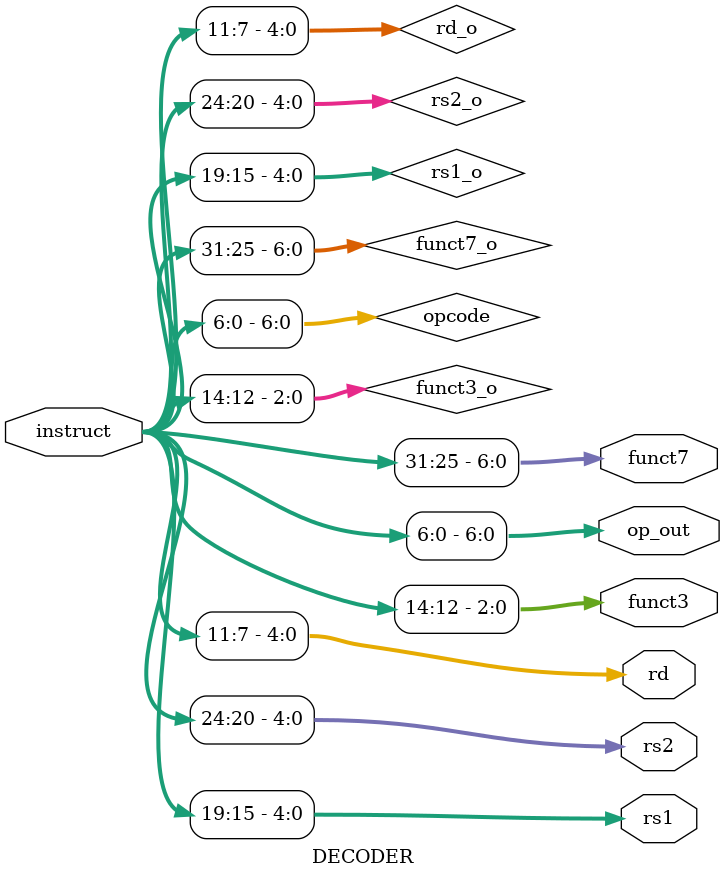
<source format=v>
`timescale 1ns / 1ps


module DECODER(
input [31:0] instruct,

output [4:0] rs1, rs2, rd,  //register output
//output [11:0] imm,
output [2:0] funct3,
output [6:0] op_out, funct7 //separate opcode/funct to control unit
    );
reg [2:0] funct3_o;
reg [6:0] opcode, funct7_o;
reg [4:0] rs1_o, rs2_o, rd_o;
//reg [11:0] immediate;

//assign imm = immediate;
assign op_out = opcode;
assign funct3 = funct3_o;
assign funct7 = funct7_o;

assign rs1 = rs1_o;
assign rs2 = rs2_o;
assign rd = rd_o;

always @(*) begin
    opcode = instruct[6:0];  //opcode is always last 7 bits of instructions
    funct3_o = instruct[14:12];
    funct7_o = instruct[31:25];
    
    rs1_o = instruct[19:15];  //register file inputs
    rs2_o = instruct[24:20];
    rd_o = instruct[11:7];

    /*case(opcode)    //send to sign extension
        7'b0010011: begin//I type instructions
            immediate = instruct[31:20];
            end 
        7'b1100011: begin //B type instructions
            immediate = {instruct[31], instruct[7], instruct[30:25], instruct[11:8], 1'b0};
            end
        7'b1101111: begin   //U type instructions
            immediate = {instruct[31:12], 12'b0};
            end
        7'b0100011: begin   // s type instructions
            immediate = {instruct[31:25], instruct[11:7]};
        end
        7'b1101111: begin
            immediate = {instruct[31], instruct[19:12], instruct[20], instruct[30:21], 1'b0};
        end
        default: begin
            immediate = 32'b0;
        end
        endcase*/
end
endmodule

</source>
